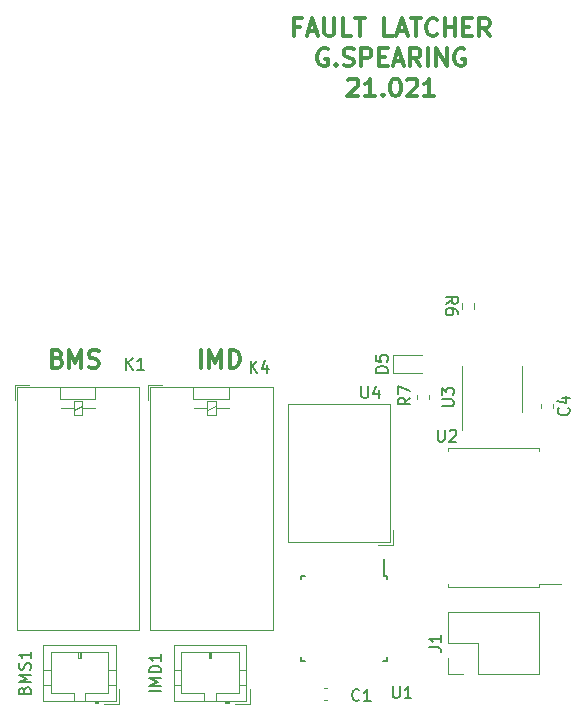
<source format=gbr>
%TF.GenerationSoftware,KiCad,Pcbnew,5.1.7-a382d34a8~88~ubuntu18.04.1*%
%TF.CreationDate,2021-02-25T09:41:41-05:00*%
%TF.ProjectId,FaultLatcher,4661756c-744c-4617-9463-6865722e6b69,rev?*%
%TF.SameCoordinates,Original*%
%TF.FileFunction,Legend,Top*%
%TF.FilePolarity,Positive*%
%FSLAX46Y46*%
G04 Gerber Fmt 4.6, Leading zero omitted, Abs format (unit mm)*
G04 Created by KiCad (PCBNEW 5.1.7-a382d34a8~88~ubuntu18.04.1) date 2021-02-25 09:41:41*
%MOMM*%
%LPD*%
G01*
G04 APERTURE LIST*
%ADD10C,0.300000*%
%ADD11C,0.120000*%
%ADD12C,0.150000*%
G04 APERTURE END LIST*
D10*
X127191428Y-99587857D02*
X127405714Y-99659285D01*
X127477142Y-99730714D01*
X127548571Y-99873571D01*
X127548571Y-100087857D01*
X127477142Y-100230714D01*
X127405714Y-100302142D01*
X127262857Y-100373571D01*
X126691428Y-100373571D01*
X126691428Y-98873571D01*
X127191428Y-98873571D01*
X127334285Y-98945000D01*
X127405714Y-99016428D01*
X127477142Y-99159285D01*
X127477142Y-99302142D01*
X127405714Y-99445000D01*
X127334285Y-99516428D01*
X127191428Y-99587857D01*
X126691428Y-99587857D01*
X128191428Y-100373571D02*
X128191428Y-98873571D01*
X128691428Y-99945000D01*
X129191428Y-98873571D01*
X129191428Y-100373571D01*
X129834285Y-100302142D02*
X130048571Y-100373571D01*
X130405714Y-100373571D01*
X130548571Y-100302142D01*
X130620000Y-100230714D01*
X130691428Y-100087857D01*
X130691428Y-99945000D01*
X130620000Y-99802142D01*
X130548571Y-99730714D01*
X130405714Y-99659285D01*
X130120000Y-99587857D01*
X129977142Y-99516428D01*
X129905714Y-99445000D01*
X129834285Y-99302142D01*
X129834285Y-99159285D01*
X129905714Y-99016428D01*
X129977142Y-98945000D01*
X130120000Y-98873571D01*
X130477142Y-98873571D01*
X130691428Y-98945000D01*
X139334285Y-100373571D02*
X139334285Y-98873571D01*
X140048571Y-100373571D02*
X140048571Y-98873571D01*
X140548571Y-99945000D01*
X141048571Y-98873571D01*
X141048571Y-100373571D01*
X141762857Y-100373571D02*
X141762857Y-98873571D01*
X142120000Y-98873571D01*
X142334285Y-98945000D01*
X142477142Y-99087857D01*
X142548571Y-99230714D01*
X142620000Y-99516428D01*
X142620000Y-99730714D01*
X142548571Y-100016428D01*
X142477142Y-100159285D01*
X142334285Y-100302142D01*
X142120000Y-100373571D01*
X141762857Y-100373571D01*
X147698000Y-71510857D02*
X147198000Y-71510857D01*
X147198000Y-72296571D02*
X147198000Y-70796571D01*
X147912285Y-70796571D01*
X148412285Y-71868000D02*
X149126571Y-71868000D01*
X148269428Y-72296571D02*
X148769428Y-70796571D01*
X149269428Y-72296571D01*
X149769428Y-70796571D02*
X149769428Y-72010857D01*
X149840857Y-72153714D01*
X149912285Y-72225142D01*
X150055142Y-72296571D01*
X150340857Y-72296571D01*
X150483714Y-72225142D01*
X150555142Y-72153714D01*
X150626571Y-72010857D01*
X150626571Y-70796571D01*
X152055142Y-72296571D02*
X151340857Y-72296571D01*
X151340857Y-70796571D01*
X152340857Y-70796571D02*
X153198000Y-70796571D01*
X152769428Y-72296571D02*
X152769428Y-70796571D01*
X155555142Y-72296571D02*
X154840857Y-72296571D01*
X154840857Y-70796571D01*
X155983714Y-71868000D02*
X156698000Y-71868000D01*
X155840857Y-72296571D02*
X156340857Y-70796571D01*
X156840857Y-72296571D01*
X157126571Y-70796571D02*
X157983714Y-70796571D01*
X157555142Y-72296571D02*
X157555142Y-70796571D01*
X159340857Y-72153714D02*
X159269428Y-72225142D01*
X159055142Y-72296571D01*
X158912285Y-72296571D01*
X158698000Y-72225142D01*
X158555142Y-72082285D01*
X158483714Y-71939428D01*
X158412285Y-71653714D01*
X158412285Y-71439428D01*
X158483714Y-71153714D01*
X158555142Y-71010857D01*
X158698000Y-70868000D01*
X158912285Y-70796571D01*
X159055142Y-70796571D01*
X159269428Y-70868000D01*
X159340857Y-70939428D01*
X159983714Y-72296571D02*
X159983714Y-70796571D01*
X159983714Y-71510857D02*
X160840857Y-71510857D01*
X160840857Y-72296571D02*
X160840857Y-70796571D01*
X161555142Y-71510857D02*
X162055142Y-71510857D01*
X162269428Y-72296571D02*
X161555142Y-72296571D01*
X161555142Y-70796571D01*
X162269428Y-70796571D01*
X163769428Y-72296571D02*
X163269428Y-71582285D01*
X162912285Y-72296571D02*
X162912285Y-70796571D01*
X163483714Y-70796571D01*
X163626571Y-70868000D01*
X163698000Y-70939428D01*
X163769428Y-71082285D01*
X163769428Y-71296571D01*
X163698000Y-71439428D01*
X163626571Y-71510857D01*
X163483714Y-71582285D01*
X162912285Y-71582285D01*
X150055142Y-73418000D02*
X149912285Y-73346571D01*
X149698000Y-73346571D01*
X149483714Y-73418000D01*
X149340857Y-73560857D01*
X149269428Y-73703714D01*
X149198000Y-73989428D01*
X149198000Y-74203714D01*
X149269428Y-74489428D01*
X149340857Y-74632285D01*
X149483714Y-74775142D01*
X149698000Y-74846571D01*
X149840857Y-74846571D01*
X150055142Y-74775142D01*
X150126571Y-74703714D01*
X150126571Y-74203714D01*
X149840857Y-74203714D01*
X150769428Y-74703714D02*
X150840857Y-74775142D01*
X150769428Y-74846571D01*
X150698000Y-74775142D01*
X150769428Y-74703714D01*
X150769428Y-74846571D01*
X151412285Y-74775142D02*
X151626571Y-74846571D01*
X151983714Y-74846571D01*
X152126571Y-74775142D01*
X152198000Y-74703714D01*
X152269428Y-74560857D01*
X152269428Y-74418000D01*
X152198000Y-74275142D01*
X152126571Y-74203714D01*
X151983714Y-74132285D01*
X151698000Y-74060857D01*
X151555142Y-73989428D01*
X151483714Y-73918000D01*
X151412285Y-73775142D01*
X151412285Y-73632285D01*
X151483714Y-73489428D01*
X151555142Y-73418000D01*
X151698000Y-73346571D01*
X152055142Y-73346571D01*
X152269428Y-73418000D01*
X152912285Y-74846571D02*
X152912285Y-73346571D01*
X153483714Y-73346571D01*
X153626571Y-73418000D01*
X153698000Y-73489428D01*
X153769428Y-73632285D01*
X153769428Y-73846571D01*
X153698000Y-73989428D01*
X153626571Y-74060857D01*
X153483714Y-74132285D01*
X152912285Y-74132285D01*
X154412285Y-74060857D02*
X154912285Y-74060857D01*
X155126571Y-74846571D02*
X154412285Y-74846571D01*
X154412285Y-73346571D01*
X155126571Y-73346571D01*
X155698000Y-74418000D02*
X156412285Y-74418000D01*
X155555142Y-74846571D02*
X156055142Y-73346571D01*
X156555142Y-74846571D01*
X157912285Y-74846571D02*
X157412285Y-74132285D01*
X157055142Y-74846571D02*
X157055142Y-73346571D01*
X157626571Y-73346571D01*
X157769428Y-73418000D01*
X157840857Y-73489428D01*
X157912285Y-73632285D01*
X157912285Y-73846571D01*
X157840857Y-73989428D01*
X157769428Y-74060857D01*
X157626571Y-74132285D01*
X157055142Y-74132285D01*
X158555142Y-74846571D02*
X158555142Y-73346571D01*
X159269428Y-74846571D02*
X159269428Y-73346571D01*
X160126571Y-74846571D01*
X160126571Y-73346571D01*
X161626571Y-73418000D02*
X161483714Y-73346571D01*
X161269428Y-73346571D01*
X161055142Y-73418000D01*
X160912285Y-73560857D01*
X160840857Y-73703714D01*
X160769428Y-73989428D01*
X160769428Y-74203714D01*
X160840857Y-74489428D01*
X160912285Y-74632285D01*
X161055142Y-74775142D01*
X161269428Y-74846571D01*
X161412285Y-74846571D01*
X161626571Y-74775142D01*
X161698000Y-74703714D01*
X161698000Y-74203714D01*
X161412285Y-74203714D01*
X151805142Y-76039428D02*
X151876571Y-75968000D01*
X152019428Y-75896571D01*
X152376571Y-75896571D01*
X152519428Y-75968000D01*
X152590857Y-76039428D01*
X152662285Y-76182285D01*
X152662285Y-76325142D01*
X152590857Y-76539428D01*
X151733714Y-77396571D01*
X152662285Y-77396571D01*
X154090857Y-77396571D02*
X153233714Y-77396571D01*
X153662285Y-77396571D02*
X153662285Y-75896571D01*
X153519428Y-76110857D01*
X153376571Y-76253714D01*
X153233714Y-76325142D01*
X154733714Y-77253714D02*
X154805142Y-77325142D01*
X154733714Y-77396571D01*
X154662285Y-77325142D01*
X154733714Y-77253714D01*
X154733714Y-77396571D01*
X155733714Y-75896571D02*
X155876571Y-75896571D01*
X156019428Y-75968000D01*
X156090857Y-76039428D01*
X156162285Y-76182285D01*
X156233714Y-76468000D01*
X156233714Y-76825142D01*
X156162285Y-77110857D01*
X156090857Y-77253714D01*
X156019428Y-77325142D01*
X155876571Y-77396571D01*
X155733714Y-77396571D01*
X155590857Y-77325142D01*
X155519428Y-77253714D01*
X155448000Y-77110857D01*
X155376571Y-76825142D01*
X155376571Y-76468000D01*
X155448000Y-76182285D01*
X155519428Y-76039428D01*
X155590857Y-75968000D01*
X155733714Y-75896571D01*
X156805142Y-76039428D02*
X156876571Y-75968000D01*
X157019428Y-75896571D01*
X157376571Y-75896571D01*
X157519428Y-75968000D01*
X157590857Y-76039428D01*
X157662285Y-76182285D01*
X157662285Y-76325142D01*
X157590857Y-76539428D01*
X156733714Y-77396571D01*
X157662285Y-77396571D01*
X159090857Y-77396571D02*
X158233714Y-77396571D01*
X158662285Y-77396571D02*
X158662285Y-75896571D01*
X158519428Y-76110857D01*
X158376571Y-76253714D01*
X158233714Y-76325142D01*
D11*
%TO.C,R6*%
X161427900Y-95401224D02*
X161427900Y-94891776D01*
X162472900Y-95401224D02*
X162472900Y-94891776D01*
%TO.C,K4*%
X134858000Y-101828000D02*
X136068000Y-101828000D01*
X134858000Y-103128000D02*
X134858000Y-101828000D01*
X135018000Y-101978000D02*
X135018000Y-122568000D01*
X135018000Y-122568000D02*
X145398000Y-122568000D01*
X145398000Y-122568000D02*
X145398000Y-101978000D01*
X145398000Y-101978000D02*
X135018000Y-101978000D01*
X138698000Y-101978000D02*
X138698000Y-103018000D01*
X138698000Y-103038000D02*
X141698000Y-103038000D01*
X141698000Y-103038000D02*
X141698000Y-101978000D01*
X139868000Y-103818000D02*
X138768000Y-103818000D01*
X140568000Y-103818000D02*
X141668000Y-103818000D01*
X139868000Y-103988000D02*
X140568000Y-103588000D01*
X139868000Y-103188000D02*
X139868000Y-104388000D01*
X139868000Y-104388000D02*
X140568000Y-104388000D01*
X140568000Y-104388000D02*
X140568000Y-103188000D01*
X140568000Y-103188000D02*
X139868000Y-103188000D01*
%TO.C,R7*%
X157605000Y-102698733D02*
X157605000Y-103041267D01*
X158625000Y-102698733D02*
X158625000Y-103041267D01*
%TO.C,D5*%
X155566000Y-100811000D02*
X158026000Y-100811000D01*
X155566000Y-99341000D02*
X155566000Y-100811000D01*
X158026000Y-99341000D02*
X155566000Y-99341000D01*
%TO.C,U4*%
X146729000Y-115131000D02*
X146729000Y-103410000D01*
X155349000Y-115131000D02*
X155349000Y-103410000D01*
X146729000Y-115131000D02*
X155349000Y-115131000D01*
X146729000Y-103410000D02*
X155349000Y-103410000D01*
X154349000Y-115371000D02*
X155589000Y-115371000D01*
X155589000Y-115371000D02*
X155589000Y-114131000D01*
%TO.C,U3*%
X166517000Y-102173000D02*
X166517000Y-100223000D01*
X166517000Y-102173000D02*
X166517000Y-104123000D01*
X161397000Y-102173000D02*
X161397000Y-100223000D01*
X161397000Y-102173000D02*
X161397000Y-105623000D01*
%TO.C,U2*%
X164133000Y-107145000D02*
X160273000Y-107145000D01*
X160273000Y-107145000D02*
X160273000Y-107390000D01*
X164133000Y-107145000D02*
X167993000Y-107145000D01*
X167993000Y-107145000D02*
X167993000Y-107390000D01*
X164133000Y-118915000D02*
X160273000Y-118915000D01*
X160273000Y-118915000D02*
X160273000Y-118670000D01*
X164133000Y-118915000D02*
X167993000Y-118915000D01*
X167993000Y-118915000D02*
X167993000Y-118670000D01*
X167993000Y-118670000D02*
X169808000Y-118670000D01*
D12*
%TO.C,U1*%
X154841000Y-117982000D02*
X154841000Y-116557000D01*
X155066000Y-125232000D02*
X155066000Y-124907000D01*
X147816000Y-125232000D02*
X147816000Y-124907000D01*
X147816000Y-117982000D02*
X147816000Y-118307000D01*
X155066000Y-117982000D02*
X155066000Y-118307000D01*
X147816000Y-117982000D02*
X148141000Y-117982000D01*
X147816000Y-125232000D02*
X148141000Y-125232000D01*
X155066000Y-125232000D02*
X154741000Y-125232000D01*
X155066000Y-117982000D02*
X154841000Y-117982000D01*
D11*
%TO.C,IMD1*%
X143157000Y-128556000D02*
X143157000Y-123836000D01*
X143157000Y-123836000D02*
X137037000Y-123836000D01*
X137037000Y-123836000D02*
X137037000Y-128556000D01*
X137037000Y-128556000D02*
X143157000Y-128556000D01*
X141397000Y-128556000D02*
X141397000Y-128756000D01*
X141397000Y-128756000D02*
X141697000Y-128756000D01*
X141697000Y-128756000D02*
X141697000Y-128556000D01*
X141397000Y-128656000D02*
X141697000Y-128656000D01*
X140597000Y-128556000D02*
X140597000Y-127946000D01*
X140597000Y-127946000D02*
X142547000Y-127946000D01*
X142547000Y-127946000D02*
X142547000Y-124446000D01*
X142547000Y-124446000D02*
X137647000Y-124446000D01*
X137647000Y-124446000D02*
X137647000Y-127946000D01*
X137647000Y-127946000D02*
X139597000Y-127946000D01*
X139597000Y-127946000D02*
X139597000Y-128556000D01*
X143157000Y-127246000D02*
X142547000Y-127246000D01*
X143157000Y-125946000D02*
X142547000Y-125946000D01*
X137037000Y-127246000D02*
X137647000Y-127246000D01*
X137037000Y-125946000D02*
X137647000Y-125946000D01*
X140197000Y-124446000D02*
X140197000Y-124946000D01*
X140197000Y-124946000D02*
X139997000Y-124946000D01*
X139997000Y-124946000D02*
X139997000Y-124446000D01*
X140097000Y-124446000D02*
X140097000Y-124946000D01*
X142207000Y-128856000D02*
X143457000Y-128856000D01*
X143457000Y-128856000D02*
X143457000Y-127606000D01*
%TO.C,BMS1*%
X132108000Y-128556000D02*
X132108000Y-123836000D01*
X132108000Y-123836000D02*
X125988000Y-123836000D01*
X125988000Y-123836000D02*
X125988000Y-128556000D01*
X125988000Y-128556000D02*
X132108000Y-128556000D01*
X130348000Y-128556000D02*
X130348000Y-128756000D01*
X130348000Y-128756000D02*
X130648000Y-128756000D01*
X130648000Y-128756000D02*
X130648000Y-128556000D01*
X130348000Y-128656000D02*
X130648000Y-128656000D01*
X129548000Y-128556000D02*
X129548000Y-127946000D01*
X129548000Y-127946000D02*
X131498000Y-127946000D01*
X131498000Y-127946000D02*
X131498000Y-124446000D01*
X131498000Y-124446000D02*
X126598000Y-124446000D01*
X126598000Y-124446000D02*
X126598000Y-127946000D01*
X126598000Y-127946000D02*
X128548000Y-127946000D01*
X128548000Y-127946000D02*
X128548000Y-128556000D01*
X132108000Y-127246000D02*
X131498000Y-127246000D01*
X132108000Y-125946000D02*
X131498000Y-125946000D01*
X125988000Y-127246000D02*
X126598000Y-127246000D01*
X125988000Y-125946000D02*
X126598000Y-125946000D01*
X129148000Y-124446000D02*
X129148000Y-124946000D01*
X129148000Y-124946000D02*
X128948000Y-124946000D01*
X128948000Y-124946000D02*
X128948000Y-124446000D01*
X129048000Y-124446000D02*
X129048000Y-124946000D01*
X131158000Y-128856000D02*
X132408000Y-128856000D01*
X132408000Y-128856000D02*
X132408000Y-127606000D01*
%TO.C,K1*%
X123555000Y-101828000D02*
X124765000Y-101828000D01*
X123555000Y-103128000D02*
X123555000Y-101828000D01*
X123715000Y-101978000D02*
X123715000Y-122568000D01*
X123715000Y-122568000D02*
X134095000Y-122568000D01*
X134095000Y-122568000D02*
X134095000Y-101978000D01*
X134095000Y-101978000D02*
X123715000Y-101978000D01*
X127395000Y-101978000D02*
X127395000Y-103018000D01*
X127395000Y-103038000D02*
X130395000Y-103038000D01*
X130395000Y-103038000D02*
X130395000Y-101978000D01*
X128565000Y-103818000D02*
X127465000Y-103818000D01*
X129265000Y-103818000D02*
X130365000Y-103818000D01*
X128565000Y-103988000D02*
X129265000Y-103588000D01*
X128565000Y-103188000D02*
X128565000Y-104388000D01*
X128565000Y-104388000D02*
X129265000Y-104388000D01*
X129265000Y-104388000D02*
X129265000Y-103188000D01*
X129265000Y-103188000D02*
X128565000Y-103188000D01*
%TO.C,J1*%
X167954000Y-126298000D02*
X167954000Y-121098000D01*
X162814000Y-126298000D02*
X167954000Y-126298000D01*
X160214000Y-121098000D02*
X167954000Y-121098000D01*
X162814000Y-126298000D02*
X162814000Y-123698000D01*
X162814000Y-123698000D02*
X160214000Y-123698000D01*
X160214000Y-123698000D02*
X160214000Y-121098000D01*
X161544000Y-126298000D02*
X160214000Y-126298000D01*
X160214000Y-126298000D02*
X160214000Y-124968000D01*
%TO.C,C4*%
X169166000Y-103459233D02*
X169166000Y-103751767D01*
X168146000Y-103459233D02*
X168146000Y-103751767D01*
%TO.C,C1*%
X150006267Y-127506000D02*
X149713733Y-127506000D01*
X150006267Y-128526000D02*
X149713733Y-128526000D01*
%TO.C,R6*%
D12*
X160068019Y-94979833D02*
X160544209Y-94646500D01*
X160068019Y-94408404D02*
X161068019Y-94408404D01*
X161068019Y-94789357D01*
X161020400Y-94884595D01*
X160972780Y-94932214D01*
X160877542Y-94979833D01*
X160734685Y-94979833D01*
X160639447Y-94932214D01*
X160591828Y-94884595D01*
X160544209Y-94789357D01*
X160544209Y-94408404D01*
X161068019Y-95836976D02*
X161068019Y-95646500D01*
X161020400Y-95551261D01*
X160972780Y-95503642D01*
X160829923Y-95408404D01*
X160639447Y-95360785D01*
X160258495Y-95360785D01*
X160163257Y-95408404D01*
X160115638Y-95456023D01*
X160068019Y-95551261D01*
X160068019Y-95741738D01*
X160115638Y-95836976D01*
X160163257Y-95884595D01*
X160258495Y-95932214D01*
X160496590Y-95932214D01*
X160591828Y-95884595D01*
X160639447Y-95836976D01*
X160687066Y-95741738D01*
X160687066Y-95551261D01*
X160639447Y-95456023D01*
X160591828Y-95408404D01*
X160496590Y-95360785D01*
%TO.C,K4*%
X143533904Y-100782380D02*
X143533904Y-99782380D01*
X144105333Y-100782380D02*
X143676761Y-100210952D01*
X144105333Y-99782380D02*
X143533904Y-100353809D01*
X144962476Y-100115714D02*
X144962476Y-100782380D01*
X144724380Y-99734761D02*
X144486285Y-100449047D01*
X145105333Y-100449047D01*
%TO.C,R7*%
X157043380Y-102909666D02*
X156567190Y-103243000D01*
X157043380Y-103481095D02*
X156043380Y-103481095D01*
X156043380Y-103100142D01*
X156091000Y-103004904D01*
X156138619Y-102957285D01*
X156233857Y-102909666D01*
X156376714Y-102909666D01*
X156471952Y-102957285D01*
X156519571Y-103004904D01*
X156567190Y-103100142D01*
X156567190Y-103481095D01*
X156043380Y-102576333D02*
X156043380Y-101909666D01*
X157043380Y-102338238D01*
%TO.C,D5*%
X155138380Y-100814095D02*
X154138380Y-100814095D01*
X154138380Y-100576000D01*
X154186000Y-100433142D01*
X154281238Y-100337904D01*
X154376476Y-100290285D01*
X154566952Y-100242666D01*
X154709809Y-100242666D01*
X154900285Y-100290285D01*
X154995523Y-100337904D01*
X155090761Y-100433142D01*
X155138380Y-100576000D01*
X155138380Y-100814095D01*
X154138380Y-99337904D02*
X154138380Y-99814095D01*
X154614571Y-99861714D01*
X154566952Y-99814095D01*
X154519333Y-99718857D01*
X154519333Y-99480761D01*
X154566952Y-99385523D01*
X154614571Y-99337904D01*
X154709809Y-99290285D01*
X154947904Y-99290285D01*
X155043142Y-99337904D01*
X155090761Y-99385523D01*
X155138380Y-99480761D01*
X155138380Y-99718857D01*
X155090761Y-99814095D01*
X155043142Y-99861714D01*
%TO.C,U4*%
X152908095Y-101941380D02*
X152908095Y-102750904D01*
X152955714Y-102846142D01*
X153003333Y-102893761D01*
X153098571Y-102941380D01*
X153289047Y-102941380D01*
X153384285Y-102893761D01*
X153431904Y-102846142D01*
X153479523Y-102750904D01*
X153479523Y-101941380D01*
X154384285Y-102274714D02*
X154384285Y-102941380D01*
X154146190Y-101893761D02*
X153908095Y-102608047D01*
X154527142Y-102608047D01*
%TO.C,U3*%
X159726380Y-103631904D02*
X160535904Y-103631904D01*
X160631142Y-103584285D01*
X160678761Y-103536666D01*
X160726380Y-103441428D01*
X160726380Y-103250952D01*
X160678761Y-103155714D01*
X160631142Y-103108095D01*
X160535904Y-103060476D01*
X159726380Y-103060476D01*
X159726380Y-102679523D02*
X159726380Y-102060476D01*
X160107333Y-102393809D01*
X160107333Y-102250952D01*
X160154952Y-102155714D01*
X160202571Y-102108095D01*
X160297809Y-102060476D01*
X160535904Y-102060476D01*
X160631142Y-102108095D01*
X160678761Y-102155714D01*
X160726380Y-102250952D01*
X160726380Y-102536666D01*
X160678761Y-102631904D01*
X160631142Y-102679523D01*
%TO.C,U2*%
X159385095Y-105624380D02*
X159385095Y-106433904D01*
X159432714Y-106529142D01*
X159480333Y-106576761D01*
X159575571Y-106624380D01*
X159766047Y-106624380D01*
X159861285Y-106576761D01*
X159908904Y-106529142D01*
X159956523Y-106433904D01*
X159956523Y-105624380D01*
X160385095Y-105719619D02*
X160432714Y-105672000D01*
X160527952Y-105624380D01*
X160766047Y-105624380D01*
X160861285Y-105672000D01*
X160908904Y-105719619D01*
X160956523Y-105814857D01*
X160956523Y-105910095D01*
X160908904Y-106052952D01*
X160337476Y-106624380D01*
X160956523Y-106624380D01*
%TO.C,U1*%
X155575095Y-127341380D02*
X155575095Y-128150904D01*
X155622714Y-128246142D01*
X155670333Y-128293761D01*
X155765571Y-128341380D01*
X155956047Y-128341380D01*
X156051285Y-128293761D01*
X156098904Y-128246142D01*
X156146523Y-128150904D01*
X156146523Y-127341380D01*
X157146523Y-128341380D02*
X156575095Y-128341380D01*
X156860809Y-128341380D02*
X156860809Y-127341380D01*
X156765571Y-127484238D01*
X156670333Y-127579476D01*
X156575095Y-127627095D01*
%TO.C,IMD1*%
X135961380Y-127785619D02*
X134961380Y-127785619D01*
X135961380Y-127309428D02*
X134961380Y-127309428D01*
X135675666Y-126976095D01*
X134961380Y-126642761D01*
X135961380Y-126642761D01*
X135961380Y-126166571D02*
X134961380Y-126166571D01*
X134961380Y-125928476D01*
X135009000Y-125785619D01*
X135104238Y-125690380D01*
X135199476Y-125642761D01*
X135389952Y-125595142D01*
X135532809Y-125595142D01*
X135723285Y-125642761D01*
X135818523Y-125690380D01*
X135913761Y-125785619D01*
X135961380Y-125928476D01*
X135961380Y-126166571D01*
X135961380Y-124642761D02*
X135961380Y-125214190D01*
X135961380Y-124928476D02*
X134961380Y-124928476D01*
X135104238Y-125023714D01*
X135199476Y-125118952D01*
X135247095Y-125214190D01*
%TO.C,BMS1*%
X124388571Y-127690380D02*
X124436190Y-127547523D01*
X124483809Y-127499904D01*
X124579047Y-127452285D01*
X124721904Y-127452285D01*
X124817142Y-127499904D01*
X124864761Y-127547523D01*
X124912380Y-127642761D01*
X124912380Y-128023714D01*
X123912380Y-128023714D01*
X123912380Y-127690380D01*
X123960000Y-127595142D01*
X124007619Y-127547523D01*
X124102857Y-127499904D01*
X124198095Y-127499904D01*
X124293333Y-127547523D01*
X124340952Y-127595142D01*
X124388571Y-127690380D01*
X124388571Y-128023714D01*
X124912380Y-127023714D02*
X123912380Y-127023714D01*
X124626666Y-126690380D01*
X123912380Y-126357047D01*
X124912380Y-126357047D01*
X124864761Y-125928476D02*
X124912380Y-125785619D01*
X124912380Y-125547523D01*
X124864761Y-125452285D01*
X124817142Y-125404666D01*
X124721904Y-125357047D01*
X124626666Y-125357047D01*
X124531428Y-125404666D01*
X124483809Y-125452285D01*
X124436190Y-125547523D01*
X124388571Y-125738000D01*
X124340952Y-125833238D01*
X124293333Y-125880857D01*
X124198095Y-125928476D01*
X124102857Y-125928476D01*
X124007619Y-125880857D01*
X123960000Y-125833238D01*
X123912380Y-125738000D01*
X123912380Y-125499904D01*
X123960000Y-125357047D01*
X124912380Y-124404666D02*
X124912380Y-124976095D01*
X124912380Y-124690380D02*
X123912380Y-124690380D01*
X124055238Y-124785619D01*
X124150476Y-124880857D01*
X124198095Y-124976095D01*
%TO.C,K1*%
X132992904Y-100528380D02*
X132992904Y-99528380D01*
X133564333Y-100528380D02*
X133135761Y-99956952D01*
X133564333Y-99528380D02*
X132992904Y-100099809D01*
X134516714Y-100528380D02*
X133945285Y-100528380D01*
X134231000Y-100528380D02*
X134231000Y-99528380D01*
X134135761Y-99671238D01*
X134040523Y-99766476D01*
X133945285Y-99814095D01*
%TO.C,J1*%
X158666380Y-124031333D02*
X159380666Y-124031333D01*
X159523523Y-124078952D01*
X159618761Y-124174190D01*
X159666380Y-124317047D01*
X159666380Y-124412285D01*
X159666380Y-123031333D02*
X159666380Y-123602761D01*
X159666380Y-123317047D02*
X158666380Y-123317047D01*
X158809238Y-123412285D01*
X158904476Y-123507523D01*
X158952095Y-123602761D01*
%TO.C,C4*%
X170443142Y-103772166D02*
X170490761Y-103819785D01*
X170538380Y-103962642D01*
X170538380Y-104057880D01*
X170490761Y-104200738D01*
X170395523Y-104295976D01*
X170300285Y-104343595D01*
X170109809Y-104391214D01*
X169966952Y-104391214D01*
X169776476Y-104343595D01*
X169681238Y-104295976D01*
X169586000Y-104200738D01*
X169538380Y-104057880D01*
X169538380Y-103962642D01*
X169586000Y-103819785D01*
X169633619Y-103772166D01*
X169871714Y-102915023D02*
X170538380Y-102915023D01*
X169490761Y-103153119D02*
X170205047Y-103391214D01*
X170205047Y-102772166D01*
%TO.C,C1*%
X152741333Y-128500142D02*
X152693714Y-128547761D01*
X152550857Y-128595380D01*
X152455619Y-128595380D01*
X152312761Y-128547761D01*
X152217523Y-128452523D01*
X152169904Y-128357285D01*
X152122285Y-128166809D01*
X152122285Y-128023952D01*
X152169904Y-127833476D01*
X152217523Y-127738238D01*
X152312761Y-127643000D01*
X152455619Y-127595380D01*
X152550857Y-127595380D01*
X152693714Y-127643000D01*
X152741333Y-127690619D01*
X153693714Y-128595380D02*
X153122285Y-128595380D01*
X153408000Y-128595380D02*
X153408000Y-127595380D01*
X153312761Y-127738238D01*
X153217523Y-127833476D01*
X153122285Y-127881095D01*
%TD*%
M02*

</source>
